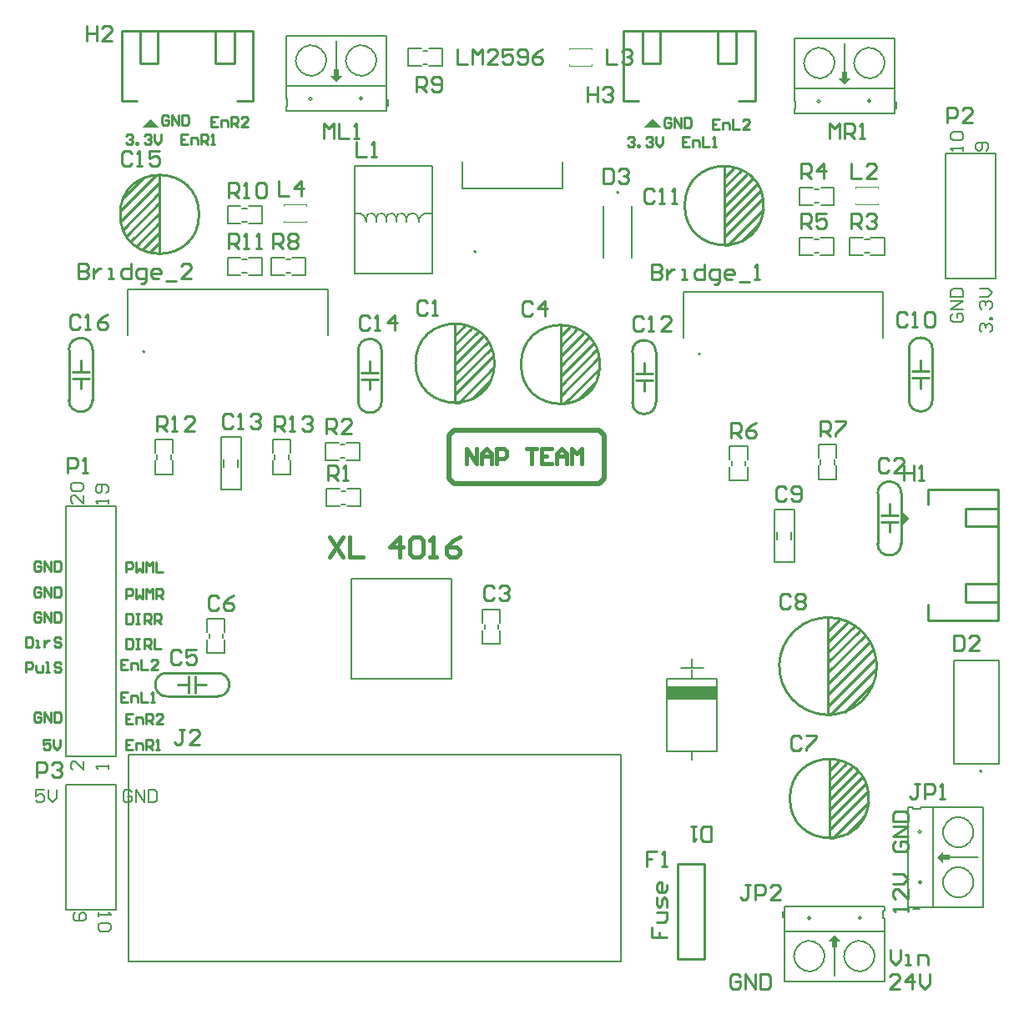
<source format=gto>
G04*
G04 #@! TF.GenerationSoftware,Altium Limited,Altium Designer,21.3.2 (30)*
G04*
G04 Layer_Color=65535*
%FSTAX44Y44*%
%MOMM*%
G71*
G04*
G04 #@! TF.SameCoordinates,71E4571F-97C7-41C0-9591-7C9436880AE0*
G04*
G04*
G04 #@! TF.FilePolarity,Positive*
G04*
G01*
G75*
%ADD10C,0.1778*%
%ADD11C,0.2540*%
%ADD12C,0.2000*%
%ADD13C,0.5080*%
%ADD14C,0.1270*%
%ADD15C,0.1016*%
%ADD16C,0.3810*%
%ADD17C,0.2032*%
%ADD18R,5.0800X1.3970*%
G36*
X008255Y0006731D02*
X0081915Y0006096D01*
X0082296D01*
Y0005461D01*
X0082804D01*
Y0006096D01*
X0083185D01*
X008255Y0006731D01*
D02*
G37*
G36*
X0092964Y0014605D02*
X0093599Y001397D01*
Y0014351D01*
X0094234D01*
Y0014859D01*
X0093599D01*
Y001524D01*
X0092964Y0014605D01*
D02*
G37*
G36*
X00892937Y00499237D02*
Y00481203D01*
X00901827Y00490093D01*
X00902081D01*
X00892937Y00499237D01*
D02*
G37*
G36*
X00122847Y00886587D02*
X00140881D01*
X00131991Y00895477D01*
Y00895731D01*
X00122847Y00886587D01*
D02*
G37*
G36*
X0032004Y0093345D02*
X0032639Y009398D01*
X0032258D01*
Y0094615D01*
X003175D01*
Y009398D01*
X0031369D01*
X0032004Y0093345D01*
D02*
G37*
G36*
X00632117Y00886587D02*
X00650151D01*
X00641261Y00895477D01*
Y00895731D01*
X00632117Y00886587D01*
D02*
G37*
G36*
X0083566Y0093091D02*
X0084201Y0093726D01*
X008382D01*
Y0094361D01*
X0083312D01*
Y0093726D01*
X0082931D01*
X0083566Y0093091D01*
D02*
G37*
D10*
X00939488Y00130513D02*
G03*
X00939769Y00130838I00011742J-00009863D01*
G01*
X00913994Y00171958D02*
G03*
X00913994Y00171958I-00001626J0D01*
G01*
X00914248Y0012065D02*
G03*
X00914248Y0012065I-00001626J0D01*
G01*
X00939469Y00181291D02*
G03*
X00939769Y00181638I00011761J-00009841D01*
G01*
X00809963Y00057462D02*
G03*
X00810288Y00057182I-00009863J-00011742D01*
G01*
X00853034Y00084582D02*
G03*
X00853034Y00084582I-00001626J0D01*
G01*
X00801726Y00084328D02*
G03*
X00801726Y00084328I-00001626J0D01*
G01*
X00860741Y00057481D02*
G03*
X00861088Y00057182I-00009841J-00011761D01*
G01*
X00800419Y00940739D02*
G03*
X00800072Y00941039I00009841J00011761D01*
G01*
X00862686Y00913892D02*
G03*
X00862686Y00913892I-00001626J0D01*
G01*
X00811378Y00913638D02*
G03*
X00811378Y00913638I-00001626J0D01*
G01*
X00851197Y00940758D02*
G03*
X00850872Y00941039I00009863J00011742D01*
G01*
X00284799Y00943279D02*
G03*
X00284452Y00943578I00009841J00011761D01*
G01*
X00347066Y00916432D02*
G03*
X00347066Y00916432I-00001626J0D01*
G01*
X00295758Y00916178D02*
G03*
X00295758Y00916178I-00001626J0D01*
G01*
X00335577Y00943298D02*
G03*
X00335252Y00943578I00009863J00011742D01*
G01*
X0035052Y0079121D02*
G03*
X0034163Y008001I-0000889J0D01*
G01*
X003556D02*
G03*
X0035052Y0079502I0J-0000508D01*
G01*
X0036068D02*
G03*
X003556Y008001I-0000508J0D01*
G01*
X0036576D02*
G03*
X0036068Y0079502I0J-0000508D01*
G01*
X0037084D02*
G03*
X0036576Y008001I-0000508J0D01*
G01*
X0037592D02*
G03*
X0037084Y0079502I0J-0000508D01*
G01*
X00381D02*
G03*
X0037592Y008001I-0000508J0D01*
G01*
X0038608D02*
G03*
X00381Y0079502I0J-0000508D01*
G01*
X0039116D02*
G03*
X0038608Y008001I-0000508J0D01*
G01*
X0039751D02*
G03*
X0039116Y0079375I0J-0000635D01*
G01*
X0040386D02*
G03*
X0039751Y008001I-0000635J0D01*
G01*
X0041275D02*
G03*
X0040386Y0079121I0J-0000889D01*
G01*
X0092583Y00095758D02*
Y00196596D01*
X0093853Y0009525D02*
X0097663D01*
X00912876Y0019685D02*
X0097663D01*
X00912876Y0019558D02*
Y0019685D01*
X00905002Y0019558D02*
X00912876D01*
X00905002D02*
Y0019685D01*
X0090043D02*
X00905002D01*
X0090043Y0009525D02*
Y0019685D01*
Y0009525D02*
X0093853D01*
X0090551Y00093726D02*
X0091186D01*
X00932942Y0014605D02*
X00971296D01*
X0097663Y0009525D02*
Y0019685D01*
X00775208Y0007112D02*
X00876046D01*
X007747Y0002032D02*
Y0005842D01*
X008763Y0002032D02*
Y00084074D01*
X0087503D02*
X008763D01*
X0087503D02*
Y00091948D01*
X008763D01*
Y0009652D01*
X007747D02*
X008763D01*
X007747Y0005842D02*
Y0009652D01*
X00773176Y0008509D02*
Y0009144D01*
X008255Y00025654D02*
Y00064008D01*
X007747Y0002032D02*
X008763D01*
X00407966Y00951384D02*
X00412538D01*
X00407966Y009651D02*
X00412538D01*
X0078486Y009779D02*
X0088646D01*
X0083566Y00934212D02*
Y00972566D01*
X00887984Y0090678D02*
Y0091313D01*
X0088646Y009017D02*
Y009398D01*
X0078486Y009017D02*
X0088646D01*
X0078486D02*
Y00906272D01*
X0078613D01*
Y00914146D01*
X0078486D02*
X0078613D01*
X0078486D02*
Y009779D01*
X0088646Y009398D02*
Y009779D01*
X00785114Y009271D02*
X00885952D01*
X0026924Y0098044D02*
X0037084D01*
X0032004Y00936752D02*
Y00975106D01*
X00372364Y0090932D02*
Y0091567D01*
X0037084Y0090424D02*
Y0094234D01*
X0026924Y0090424D02*
X0037084D01*
X0026924D02*
Y00908812D01*
X0027051D01*
Y00916686D01*
X0026924D02*
X0027051D01*
X0026924D02*
Y0098044D01*
X0037084Y0094234D02*
Y0098044D01*
X00269494Y0092964D02*
X00370332D01*
X00225002Y00805026D02*
X00229574D01*
X00225002Y0079131D02*
X00229574D01*
X00225002Y00752956D02*
X00229574D01*
X00225002Y0073924D02*
X00229574D01*
X00269452Y00752956D02*
X00274024D01*
X00269452Y0073924D02*
X00274024D01*
X00152246Y00550206D02*
Y00554778D01*
X0013853Y00550206D02*
Y00554778D01*
X00271626Y00550206D02*
Y00554778D01*
X0025791Y00550206D02*
Y00554778D01*
X0068072Y0032766D02*
Y0033655D01*
X00669544Y00338328D02*
X0068072D01*
X00692404D01*
X0068072D02*
Y0034798D01*
Y0024511D02*
Y00254D01*
X0065532Y0032766D02*
X0070612D01*
X0065532Y00254D02*
Y0032766D01*
Y00254D02*
X0070612D01*
Y0032766D01*
X0033909Y008001D02*
X0034163D01*
X0035052Y0079121D02*
Y0079502D01*
X0036068Y0079121D02*
Y0079502D01*
Y0079121D02*
Y0079502D01*
X0037084Y0079121D02*
Y0079502D01*
Y0079121D02*
Y0079502D01*
X00381Y0079121D02*
Y0079502D01*
Y0079121D02*
Y0079502D01*
X0039116Y0079121D02*
Y0079502D01*
Y0079121D02*
Y0079375D01*
X0040386Y0079121D02*
Y0079375D01*
X0041275Y008001D02*
X0041783D01*
X0033909Y0073914D02*
X0041783D01*
X0033909D02*
Y0084836D01*
X0041783D01*
Y0073914D02*
Y0084836D01*
X00484378Y00378056D02*
Y00382628D01*
X00470662Y00378056D02*
Y00382628D01*
X00325332Y0050429D02*
X00329904D01*
X00325332Y00518006D02*
X00329904D01*
X00204944Y00368512D02*
Y00373084D01*
X00191228Y00368512D02*
Y00373084D01*
X00324146Y0056505D02*
X00328718D01*
X00324146Y00551334D02*
X00328718D01*
X00856488Y0075956D02*
X0086106D01*
X00856488Y00773276D02*
X0086106D01*
X00805476Y00824146D02*
X00810048D01*
X00805476Y0081043D02*
X00810048D01*
X00805392Y0075956D02*
X00809964D01*
X00805392Y00773276D02*
X00809964D01*
X0072146Y00543856D02*
Y00548428D01*
X00735176Y00543856D02*
Y00548428D01*
X0081163Y00545126D02*
Y00549698D01*
X00825346Y00545126D02*
Y00549698D01*
D11*
X0075374Y0080772D02*
G03*
X0075374Y0080772I-0004J0D01*
G01*
X0014858Y0033326D02*
G03*
X0014858Y00309359I0000001J-00011951D01*
G01*
X00199654D02*
G03*
X00199654Y0033326I-0000001J00011951D01*
G01*
X0092508Y0066168D02*
G03*
X0090118Y0066168I-00011951J-0000001D01*
G01*
Y00610606D02*
G03*
X0092508Y00610606I00011951J0000001D01*
G01*
X00893331Y0051563D02*
G03*
X00869429Y0051563I-00011951J-0000001D01*
G01*
Y00464556D02*
G03*
X00893331Y00464556I00011951J0000001D01*
G01*
X00366281Y0066041D02*
G03*
X00342379Y0066041I-00011951J-0000001D01*
G01*
Y00609336D02*
G03*
X00366281Y00609336I00011951J0000001D01*
G01*
X0007291Y00661344D02*
G03*
X00049009Y00661344I-00011951J-0000001D01*
G01*
Y0061027D02*
G03*
X0007291Y0061027I00011951J0000001D01*
G01*
X0018097Y0079883D02*
G03*
X0018097Y0079883I-0004J0D01*
G01*
X0086042Y0020574D02*
G03*
X0086042Y0020574I-0004J0D01*
G01*
X00855058Y00374006D02*
G03*
X00855384Y00373655I-00035983J-00033866D01*
G01*
X0048069Y006477D02*
G03*
X0048069Y006477I-0004J0D01*
G01*
X0058765Y0064643D02*
G03*
X0058765Y0064643I-0004J0D01*
G01*
X00620509Y00608066D02*
G03*
X0064441Y00608066I00011951J0000001D01*
G01*
Y0065914D02*
G03*
X00620509Y0065914I-00011951J-0000001D01*
G01*
X00102654Y0098552D02*
X0023575D01*
X00102654Y009144D02*
Y0098552D01*
X0023575Y009144D02*
Y0098552D01*
X00121704Y009525D02*
Y0098425D01*
Y009525D02*
X00139484D01*
Y0098552D01*
X00197904Y009525D02*
Y0098552D01*
Y009525D02*
X00216954D01*
Y0098552D01*
X00219494Y009144D02*
X0023575D01*
X00102654D02*
X00117894D01*
X0071374Y0076772D02*
Y0084772D01*
Y00834136D02*
Y00836168D01*
X00723392Y0084582D01*
X0071374Y00820674D02*
Y00826516D01*
X00730504Y0084328D01*
X0071374Y00813308D02*
Y00816356D01*
X00736854Y0083947D01*
X0071374Y00801878D02*
Y0080645D01*
X00742442Y00835152D01*
X0071374Y00794004D02*
Y00796036D01*
X00747014Y0082931D01*
X0071374Y00785876D02*
X0075057Y00822706D01*
X0071374Y00775716D02*
X00752602Y00814578D01*
X00714248Y00767842D02*
X0071755D01*
X00753618Y0080391D01*
X00731012Y0077216D02*
X0073152D01*
X00749554Y00790194D01*
X00159512Y0032131D02*
X00169926D01*
X00177546D02*
X0018796D01*
X00177546Y00312928D02*
Y00329946D01*
X00170688Y00312928D02*
Y00329946D01*
X00148336Y00333248D02*
X00199644D01*
X00149098Y00309372D02*
X00199898D01*
X0091313Y00640334D02*
Y00650748D01*
Y006223D02*
Y00632714D01*
X00904748D02*
X00921766D01*
X00904748Y00639572D02*
X00921766D01*
X00925068Y00610616D02*
Y00661924D01*
X00901192Y00610362D02*
Y00661162D01*
X00611924Y0098552D02*
X0074502D01*
X00611924Y009144D02*
Y0098552D01*
X0074502Y009144D02*
Y0098552D01*
X00630974Y009525D02*
Y0098425D01*
Y009525D02*
X00648754D01*
Y0098552D01*
X00707174Y009525D02*
Y0098552D01*
Y009525D02*
X00726224D01*
Y0098552D01*
X00728764Y009144D02*
X0074502D01*
X00611924D02*
X00627164D01*
X0088138Y00494284D02*
Y00504698D01*
Y0047625D02*
Y00486664D01*
X00872998D02*
X00890016D01*
X00872998Y00493522D02*
X00890016D01*
X00893318Y00464566D02*
Y00515874D01*
X00869442Y00464312D02*
Y00515112D01*
X0035433Y00639064D02*
Y00649478D01*
Y0062103D02*
Y00631444D01*
X00345948D02*
X00362966D01*
X00345948Y00638302D02*
X00362966D01*
X00366268Y00609346D02*
Y00660654D01*
X00342392Y00609092D02*
Y00659892D01*
X0006096Y00639998D02*
Y00650412D01*
Y00621964D02*
Y00632378D01*
X00052578D02*
X00069596D01*
X00052578Y00639236D02*
X00069596D01*
X00072898Y0061028D02*
Y00661588D01*
X00049022Y00610026D02*
Y00660826D01*
X0014097Y0075883D02*
Y0083883D01*
Y00770382D02*
Y00772414D01*
X00131318Y0076073D02*
X0014097Y00770382D01*
Y00780034D02*
Y00785876D01*
X00124206Y0076327D02*
X0014097Y00780034D01*
Y00790194D02*
Y00793242D01*
X00117856Y0076708D02*
X0014097Y00790194D01*
Y008001D02*
Y00804672D01*
X00112268Y00771398D02*
X0014097Y008001D01*
Y00810514D02*
Y00812546D01*
X00107696Y0077724D02*
X0014097Y00810514D01*
X0010414Y00783844D02*
X0014097Y00820674D01*
X00102108Y00791972D02*
X0014097Y00830834D01*
X0013716Y00838708D02*
X00140462D01*
X00101092Y0080264D02*
X0013716Y00838708D01*
X0012319Y0083439D02*
X00123698D01*
X00105156Y00816356D02*
X0012319Y0083439D01*
X0066675Y0004318D02*
X0069342D01*
X0066675Y001397D02*
X0069342D01*
X0066675Y0004318D02*
Y001397D01*
X0069342Y0004318D02*
Y001397D01*
X008382Y0017018D02*
X00856234Y00188214D01*
X00837692Y0017018D02*
X008382D01*
X0082423Y00165862D02*
X00860298Y0020193D01*
X00820928Y00165862D02*
X0082423D01*
X0082042Y00173736D02*
X00859282Y00212598D01*
X0082042Y00183896D02*
X0085725Y00220726D01*
X0082042Y00194056D02*
X00853694Y0022733D01*
X0082042Y00192024D02*
Y00194056D01*
Y0020447D02*
X00849122Y00233172D01*
X0082042Y00199898D02*
Y0020447D01*
Y00214376D02*
X00843534Y0023749D01*
X0082042Y00211328D02*
Y00214376D01*
Y00224536D02*
X00837184Y002413D01*
X0082042Y00218694D02*
Y00224536D01*
Y00234188D02*
X00830072Y0024384D01*
X0082042Y00232156D02*
Y00234188D01*
Y0016574D02*
Y0024574D01*
X0083566Y0029337D02*
X0086487Y0032258D01*
X0082169Y0029083D02*
X0086741Y0033655D01*
X0081915Y0029083D02*
X0082169D01*
X0081915Y0029972D02*
X0086741Y0034798D01*
X0081915Y0031115D02*
X0086487Y0035687D01*
X0081915Y0030734D02*
Y0031115D01*
Y0032258D02*
X0086106Y0036449D01*
X0081915Y0032131D02*
Y0032258D01*
Y0033401D02*
X0085598Y0037084D01*
X0081915Y0032893D02*
Y0033401D01*
Y0034417D02*
X008509Y0037592D01*
X0081915Y003429D02*
Y0034417D01*
Y0035433D02*
X0084582Y00381D01*
X0081915Y0036449D02*
X0083947Y0038481D01*
X0081915Y0035941D02*
Y0036449D01*
Y0037592D02*
X0083058Y0038735D01*
X0081915Y0036957D02*
Y0037592D01*
Y0029083D02*
Y0038862D01*
X0045847Y0061214D02*
X00476504Y00630174D01*
X00457962Y0061214D02*
X0045847D01*
X004445Y00607822D02*
X00480568Y0064389D01*
X00441198Y00607822D02*
X004445D01*
X0044069Y00615696D02*
X00479552Y00654558D01*
X0044069Y00625856D02*
X0047752Y00662686D01*
X0044069Y00636016D02*
X00473964Y0066929D01*
X0044069Y00633984D02*
Y00636016D01*
Y0064643D02*
X00469392Y00675132D01*
X0044069Y00641858D02*
Y0064643D01*
Y00656336D02*
X00463804Y0067945D01*
X0044069Y00653288D02*
Y00656336D01*
Y00666496D02*
X00457454Y0068326D01*
X0044069Y00660654D02*
Y00666496D01*
Y00676148D02*
X00450342Y006858D01*
X0044069Y00674116D02*
Y00676148D01*
Y006077D02*
Y006877D01*
X0056543Y0061087D02*
X00583464Y00628904D01*
X00564922Y0061087D02*
X0056543D01*
X0055146Y00606552D02*
X00587528Y0064262D01*
X00548158Y00606552D02*
X0055146D01*
X0054765Y00614426D02*
X00586512Y00653288D01*
X0054765Y00624586D02*
X0058448Y00661416D01*
X0054765Y00634746D02*
X00580924Y0066802D01*
X0054765Y00632714D02*
Y00634746D01*
Y0064516D02*
X00576352Y00673862D01*
X0054765Y00640588D02*
Y0064516D01*
Y00655066D02*
X00570764Y0067818D01*
X0054765Y00652018D02*
Y00655066D01*
Y00665226D02*
X00564414Y0068199D01*
X0054765Y00659384D02*
Y00665226D01*
Y00674878D02*
X00557302Y0068453D01*
X0054765Y00672846D02*
Y00674878D01*
Y0060643D02*
Y0068643D01*
X0099187Y00386334D02*
Y0051943D01*
X0092075D02*
X0099187D01*
X0092075Y00386334D02*
X0099187D01*
X0095885Y0050038D02*
X009906D01*
X0095885Y004826D02*
Y0050038D01*
Y004826D02*
X0099187D01*
X0095885Y0042418D02*
X0099187D01*
X0095885Y0040513D02*
Y0042418D01*
Y0040513D02*
X0099187D01*
X0092075Y00386334D02*
Y0040259D01*
Y0050419D02*
Y0051943D01*
X00620522Y00607822D02*
Y00658622D01*
X00644398Y00608076D02*
Y00659384D01*
X00624078Y00637032D02*
X00641096D01*
X00624078Y00630174D02*
X00641096D01*
X0063246Y0061976D02*
Y00630174D01*
Y00637794D02*
Y00648208D01*
X00882656Y00052313D02*
Y00042156D01*
X00887735Y00037078D01*
X00892813Y00042156D01*
Y00052313D01*
X00897891Y00037078D02*
X0090297D01*
X0090043D01*
Y00047235D01*
X00897891D01*
X00910587Y00037078D02*
Y00047235D01*
X00918205D01*
X00920744Y00044696D01*
Y00037078D01*
X00891543Y000127D02*
X00881387D01*
X00891543Y00022857D01*
Y00025396D01*
X00889004Y00027935D01*
X00883926D01*
X00881387Y00025396D01*
X00904239Y000127D02*
Y00027935D01*
X00896622Y00020317D01*
X00906778D01*
X00911857Y00027935D02*
Y00017778D01*
X00916935Y000127D01*
X00922013Y00017778D01*
Y00027935D01*
X00067314Y00990598D02*
Y00975362D01*
Y0098298D01*
X00077471D01*
Y00990598D01*
Y00975362D01*
X00092706D02*
X00082549D01*
X00092706Y00985519D01*
Y00988058D01*
X00090167Y00990598D01*
X00085088D01*
X00082549Y00988058D01*
X0061595Y00875874D02*
X00617643Y00877567D01*
X00621028D01*
X00622721Y00875874D01*
Y00874181D01*
X00621028Y00872488D01*
X00619336D01*
X00621028D01*
X00622721Y00870796D01*
Y00869103D01*
X00621028Y0086741D01*
X00617643D01*
X0061595Y00869103D01*
X00626107Y0086741D02*
Y00869103D01*
X00627799D01*
Y0086741D01*
X00626107D01*
X00634571Y00875874D02*
X00636263Y00877567D01*
X00639649D01*
X00641342Y00875874D01*
Y00874181D01*
X00639649Y00872488D01*
X00637956D01*
X00639649D01*
X00641342Y00870796D01*
Y00869103D01*
X00639649Y0086741D01*
X00636263D01*
X00634571Y00869103D01*
X00644727Y00877567D02*
Y00870796D01*
X00648113Y0086741D01*
X00651498Y00870796D01*
Y00877567D01*
X00659462Y00895051D02*
X00657769Y00896744D01*
X00654384D01*
X00652691Y00895051D01*
Y0088828D01*
X00654384Y00886587D01*
X00657769D01*
X00659462Y0088828D01*
Y00891665D01*
X00656077D01*
X00662848Y00886587D02*
Y00896744D01*
X00669619Y00886587D01*
Y00896744D01*
X00673005D02*
Y00886587D01*
X00678083D01*
X00679776Y0088828D01*
Y00895051D01*
X00678083Y00896744D01*
X00673005D01*
X00678601Y00877567D02*
X0067183D01*
Y0086741D01*
X00678601D01*
X0067183Y00872488D02*
X00675216D01*
X00681987Y0086741D02*
Y00874181D01*
X00687065D01*
X00688758Y00872488D01*
Y0086741D01*
X00692143Y00877567D02*
Y0086741D01*
X00698915D01*
X007023D02*
X00705686D01*
X00703993D01*
Y00877567D01*
X007023Y00875874D01*
X00709081Y00895347D02*
X0070231D01*
Y0088519D01*
X00709081D01*
X0070231Y00890268D02*
X00705696D01*
X00712467Y0088519D02*
Y00891961D01*
X00717545D01*
X00719238Y00890268D01*
Y0088519D01*
X00722623Y00895347D02*
Y0088519D01*
X00729395D01*
X00739551D02*
X0073278D01*
X00739551Y00891961D01*
Y00893654D01*
X00737859Y00895347D01*
X00734473D01*
X0073278Y00893654D01*
X00199811Y00897887D02*
X0019304D01*
Y0088773D01*
X00199811D01*
X0019304Y00892808D02*
X00196426D01*
X00203197Y0088773D02*
Y00894501D01*
X00208275D01*
X00209968Y00892808D01*
Y0088773D01*
X00213353D02*
Y00897887D01*
X00218432D01*
X00220125Y00896194D01*
Y00892808D01*
X00218432Y00891116D01*
X00213353D01*
X00216739D02*
X00220125Y0088773D01*
X00230281D02*
X0022351D01*
X00230281Y00894501D01*
Y00896194D01*
X00228589Y00897887D01*
X00225203D01*
X0022351Y00896194D01*
X00169331Y00880107D02*
X0016256D01*
Y0086995D01*
X00169331D01*
X0016256Y00875028D02*
X00165946D01*
X00172717Y0086995D02*
Y00876721D01*
X00177795D01*
X00179488Y00875028D01*
Y0086995D01*
X00182873D02*
Y00880107D01*
X00187952D01*
X00189645Y00878414D01*
Y00875028D01*
X00187952Y00873336D01*
X00182873D01*
X00186259D02*
X00189645Y0086995D01*
X0019303D02*
X00196416D01*
X00194723D01*
Y00880107D01*
X0019303Y00878414D01*
X00150192Y00897591D02*
X00148499Y00899284D01*
X00145114D01*
X00143421Y00897591D01*
Y0089082D01*
X00145114Y00889127D01*
X00148499D01*
X00150192Y0089082D01*
Y00894205D01*
X00146807D01*
X00153578Y00889127D02*
Y00899284D01*
X00160349Y00889127D01*
Y00899284D01*
X00163734D02*
Y00889127D01*
X00168813D01*
X00170506Y0089082D01*
Y00897591D01*
X00168813Y00899284D01*
X00163734D01*
X0010668Y00878414D02*
X00108373Y00880107D01*
X00111758D01*
X00113451Y00878414D01*
Y00876721D01*
X00111758Y00875028D01*
X00110066D01*
X00111758D01*
X00113451Y00873336D01*
Y00871643D01*
X00111758Y0086995D01*
X00108373D01*
X0010668Y00871643D01*
X00116837Y0086995D02*
Y00871643D01*
X0011853D01*
Y0086995D01*
X00116837D01*
X00125301Y00878414D02*
X00126993Y00880107D01*
X00130379D01*
X00132072Y00878414D01*
Y00876721D01*
X00130379Y00875028D01*
X00128686D01*
X00130379D01*
X00132072Y00873336D01*
Y00871643D01*
X00130379Y0086995D01*
X00126993D01*
X00125301Y00871643D01*
X00135457Y00880107D02*
Y00873336D01*
X00138843Y0086995D01*
X00142228Y00873336D01*
Y00880107D01*
X00020315Y00445344D02*
X00018622Y00447037D01*
X00015237D01*
X00013544Y00445344D01*
Y00438573D01*
X00015237Y0043688D01*
X00018622D01*
X00020315Y00438573D01*
Y00441958D01*
X0001693D01*
X00023701Y0043688D02*
Y00447037D01*
X00030472Y0043688D01*
Y00447037D01*
X00033857D02*
Y0043688D01*
X00038936D01*
X00040628Y00438573D01*
Y00445344D01*
X00038936Y00447037D01*
X00033857D01*
X00020315Y00418674D02*
X00018622Y00420367D01*
X00015237D01*
X00013544Y00418674D01*
Y00411903D01*
X00015237Y0041021D01*
X00018622D01*
X00020315Y00411903D01*
Y00415288D01*
X0001693D01*
X00023701Y0041021D02*
Y00420367D01*
X00030472Y0041021D01*
Y00420367D01*
X00033857D02*
Y0041021D01*
X00038936D01*
X00040628Y00411903D01*
Y00418674D01*
X00038936Y00420367D01*
X00033857D01*
X00020315Y00393274D02*
X00018622Y00394967D01*
X00015237D01*
X00013544Y00393274D01*
Y00386503D01*
X00015237Y0038481D01*
X00018622D01*
X00020315Y00386503D01*
Y00389888D01*
X0001693D01*
X00023701Y0038481D02*
Y00394967D01*
X00030472Y0038481D01*
Y00394967D01*
X00033857D02*
Y0038481D01*
X00038936D01*
X00040628Y00386503D01*
Y00393274D01*
X00038936Y00394967D01*
X00033857D01*
X0000508Y00369567D02*
Y0035941D01*
X00010158D01*
X00011851Y00361103D01*
Y00367874D01*
X00010158Y00369567D01*
X0000508D01*
X00015237Y0035941D02*
X00018622D01*
X0001693D01*
Y00366181D01*
X00015237D01*
X00023701D02*
Y0035941D01*
Y00362796D01*
X00025393Y00364488D01*
X00027086Y00366181D01*
X00028779D01*
X00040628Y00367874D02*
X00038936Y00369567D01*
X0003555D01*
X00033857Y00367874D01*
Y00366181D01*
X0003555Y00364488D01*
X00038936D01*
X00040628Y00362796D01*
Y00361103D01*
X00038936Y0035941D01*
X0003555D01*
X00033857Y00361103D01*
X00020315Y00291674D02*
X00018622Y00293367D01*
X00015237D01*
X00013544Y00291674D01*
Y00284903D01*
X00015237Y0028321D01*
X00018622D01*
X00020315Y00284903D01*
Y00288288D01*
X0001693D01*
X00023701Y0028321D02*
Y00293367D01*
X00030472Y0028321D01*
Y00293367D01*
X00033857D02*
Y0028321D01*
X00038936D01*
X00040628Y00284903D01*
Y00291674D01*
X00038936Y00293367D01*
X00033857D01*
X00029631Y00265427D02*
X0002286D01*
Y00260348D01*
X00026246Y00262041D01*
X00027938D01*
X00029631Y00260348D01*
Y00256963D01*
X00027938Y0025527D01*
X00024553D01*
X0002286Y00256963D01*
X00033017Y00265427D02*
Y00258656D01*
X00036402Y0025527D01*
X00039788Y00258656D01*
Y00265427D01*
X0000508Y0033401D02*
Y00344167D01*
X00010158D01*
X00011851Y00342474D01*
Y00339088D01*
X00010158Y00337396D01*
X0000508D01*
X00015237Y00340781D02*
Y00335703D01*
X0001693Y0033401D01*
X00022008D01*
Y00340781D01*
X00025393Y0033401D02*
X00028779D01*
X00027086D01*
Y00344167D01*
X00025393D01*
X00040628Y00342474D02*
X00038936Y00344167D01*
X0003555D01*
X00033857Y00342474D01*
Y00340781D01*
X0003555Y00339088D01*
X00038936D01*
X00040628Y00337396D01*
Y00335703D01*
X00038936Y0033401D01*
X0003555D01*
X00033857Y00335703D01*
X00108371Y00313687D02*
X001016D01*
Y0030353D01*
X00108371D01*
X001016Y00308608D02*
X00104986D01*
X00111757Y0030353D02*
Y00310301D01*
X00116835D01*
X00118528Y00308608D01*
Y0030353D01*
X00121913Y00313687D02*
Y0030353D01*
X00128685D01*
X0013207D02*
X00135456D01*
X00133763D01*
Y00313687D01*
X0013207Y00311994D01*
X00108371Y00346707D02*
X001016D01*
Y0033655D01*
X00108371D01*
X001016Y00341628D02*
X00104986D01*
X00111757Y0033655D02*
Y00343321D01*
X00116835D01*
X00118528Y00341628D01*
Y0033655D01*
X00121913Y00346707D02*
Y0033655D01*
X00128685D01*
X00138841D02*
X0013207D01*
X00138841Y00343321D01*
Y00345014D01*
X00137149Y00346707D01*
X00133763D01*
X0013207Y00345014D01*
X00113451Y00265427D02*
X0010668D01*
Y0025527D01*
X00113451D01*
X0010668Y00260348D02*
X00110066D01*
X00116837Y0025527D02*
Y00262041D01*
X00121915D01*
X00123608Y00260348D01*
Y0025527D01*
X00126993D02*
Y00265427D01*
X00132072D01*
X00133765Y00263734D01*
Y00260348D01*
X00132072Y00258656D01*
X00126993D01*
X00130379D02*
X00133765Y0025527D01*
X0013715D02*
X00140536D01*
X00138843D01*
Y00265427D01*
X0013715Y00263734D01*
X00113451Y00292097D02*
X0010668D01*
Y0028194D01*
X00113451D01*
X0010668Y00287018D02*
X00110066D01*
X00116837Y0028194D02*
Y00288711D01*
X00121915D01*
X00123608Y00287018D01*
Y0028194D01*
X00126993D02*
Y00292097D01*
X00132072D01*
X00133765Y00290404D01*
Y00287018D01*
X00132072Y00285326D01*
X00126993D01*
X00130379D02*
X00133765Y0028194D01*
X00143921D02*
X0013715D01*
X00143921Y00288711D01*
Y00290404D01*
X00142228Y00292097D01*
X00138843D01*
X0013715Y00290404D01*
X0010668Y00368297D02*
Y0035814D01*
X00111758D01*
X00113451Y00359833D01*
Y00366604D01*
X00111758Y00368297D01*
X0010668D01*
X00116837D02*
X00120222D01*
X0011853D01*
Y0035814D01*
X00116837D01*
X00120222D01*
X00125301D02*
Y00368297D01*
X00130379D01*
X00132072Y00366604D01*
Y00363218D01*
X00130379Y00361526D01*
X00125301D01*
X00128686D02*
X00132072Y0035814D01*
X00135457Y00368297D02*
Y0035814D01*
X00142228D01*
X0010668Y00393697D02*
Y0038354D01*
X00111758D01*
X00113451Y00385233D01*
Y00392004D01*
X00111758Y00393697D01*
X0010668D01*
X00116837D02*
X00120222D01*
X0011853D01*
Y0038354D01*
X00116837D01*
X00120222D01*
X00125301D02*
Y00393697D01*
X00130379D01*
X00132072Y00392004D01*
Y00388618D01*
X00130379Y00386926D01*
X00125301D01*
X00128686D02*
X00132072Y0038354D01*
X00135457D02*
Y00393697D01*
X00140536D01*
X00142228Y00392004D01*
Y00388618D01*
X00140536Y00386926D01*
X00135457D01*
X00138843D02*
X00142228Y0038354D01*
X0010668Y0040894D02*
Y00419097D01*
X00111758D01*
X00113451Y00417404D01*
Y00414018D01*
X00111758Y00412326D01*
X0010668D01*
X00116837Y00419097D02*
Y0040894D01*
X00120222Y00412326D01*
X00123608Y0040894D01*
Y00419097D01*
X00126993Y0040894D02*
Y00419097D01*
X00130379Y00415711D01*
X00133765Y00419097D01*
Y0040894D01*
X0013715D02*
Y00419097D01*
X00142228D01*
X00143921Y00417404D01*
Y00414018D01*
X00142228Y00412326D01*
X0013715D01*
X00140536D02*
X00143921Y0040894D01*
X0010668Y0043561D02*
Y00445767D01*
X00111758D01*
X00113451Y00444074D01*
Y00440688D01*
X00111758Y00438996D01*
X0010668D01*
X00116837Y00445767D02*
Y0043561D01*
X00120222Y00438996D01*
X00123608Y0043561D01*
Y00445767D01*
X00126993Y0043561D02*
Y00445767D01*
X00130379Y00442381D01*
X00133765Y00445767D01*
Y0043561D01*
X0013715Y00445767D02*
Y0043561D01*
X00143921D01*
X00730247Y00025396D02*
X00727708Y00027935D01*
X00722629D01*
X0072009Y00025396D01*
Y00015239D01*
X00722629Y000127D01*
X00727708D01*
X00730247Y00015239D01*
Y00020317D01*
X00725168D01*
X00735325Y000127D02*
Y00027935D01*
X00745482Y000127D01*
Y00027935D01*
X0075056D02*
Y000127D01*
X00758178D01*
X00760717Y00015239D01*
Y00025396D01*
X00758178Y00027935D01*
X0075056D01*
X0090043Y0009144D02*
Y00096518D01*
Y00093979D01*
X00885195D01*
X00887734Y0009144D01*
X0090043Y00114293D02*
Y00104136D01*
X00890273Y00114293D01*
X00887734D01*
X00885195Y00111753D01*
Y00106675D01*
X00887734Y00104136D01*
X00885195Y00119371D02*
X00895352D01*
X0090043Y00124449D01*
X00895352Y00129528D01*
X00885195D01*
X00887734Y00162557D02*
X00885195Y00160018D01*
Y00154939D01*
X00887734Y001524D01*
X00897891D01*
X0090043Y00154939D01*
Y00160018D01*
X00897891Y00162557D01*
X00892812D01*
Y00157478D01*
X0090043Y00167635D02*
X00885195D01*
X0090043Y00177792D01*
X00885195D01*
Y0018287D02*
X0090043D01*
Y00190488D01*
X00897891Y00193027D01*
X00887734D01*
X00885195Y00190488D01*
Y0018287D01*
X00640085Y00074927D02*
Y0006477D01*
X00647702D01*
Y00069848D01*
Y0006477D01*
X0065532D01*
X00645163Y00080005D02*
X00652781D01*
X0065532Y00082544D01*
Y00090162D01*
X00645163D01*
X0065532Y0009524D02*
Y00102858D01*
X00652781Y00105397D01*
X00650242Y00102858D01*
Y00097779D01*
X00647702Y0009524D01*
X00645163Y00097779D01*
Y00105397D01*
X0065532Y00118093D02*
Y00113014D01*
X00652781Y00110475D01*
X00647702D01*
X00645163Y00113014D01*
Y00118093D01*
X00647702Y00120632D01*
X00650242D01*
Y00110475D01*
X00016514Y00227332D02*
Y00242568D01*
X00024132D01*
X00026671Y00240028D01*
Y0023495D01*
X00024132Y00232411D01*
X00016514D01*
X00031749Y00240028D02*
X00034288Y00242568D01*
X00039367D01*
X00041906Y00240028D01*
Y00237489D01*
X00039367Y0023495D01*
X00036827D01*
X00039367D01*
X00041906Y00232411D01*
Y00229872D01*
X00039367Y00227332D01*
X00034288D01*
X00031749Y00229872D01*
X00058439Y00749297D02*
Y00734062D01*
X00066056D01*
X00068595Y00736601D01*
Y0073914D01*
X00066056Y00741679D01*
X00058439D01*
X00066056D01*
X00068595Y00744218D01*
Y00746758D01*
X00066056Y00749297D01*
X00058439D01*
X00073674Y00744218D02*
Y00734062D01*
Y0073914D01*
X00076213Y00741679D01*
X00078752Y00744218D01*
X00081291D01*
X00088909Y00734062D02*
X00093987D01*
X00091448D01*
Y00744218D01*
X00088909D01*
X00111761Y00749297D02*
Y00734062D01*
X00104144D01*
X00101604Y00736601D01*
Y00741679D01*
X00104144Y00744218D01*
X00111761D01*
X00121918Y00728983D02*
X00124457D01*
X00126996Y00731523D01*
Y00744218D01*
X00119379D01*
X0011684Y00741679D01*
Y00736601D01*
X00119379Y00734062D01*
X00126996D01*
X00139692D02*
X00134614D01*
X00132075Y00736601D01*
Y00741679D01*
X00134614Y00744218D01*
X00139692D01*
X00142231Y00741679D01*
Y0073914D01*
X00132075D01*
X0014731Y00731523D02*
X00157466D01*
X00172701Y00734062D02*
X00162545D01*
X00172701Y00744218D01*
Y00746758D01*
X00170162Y00749297D01*
X00165084D01*
X00162545Y00746758D01*
X00640098Y00748027D02*
Y00732792D01*
X00647715D01*
X00650254Y00735331D01*
Y0073787D01*
X00647715Y00740409D01*
X00640098D01*
X00647715D01*
X00650254Y00742948D01*
Y00745488D01*
X00647715Y00748027D01*
X00640098D01*
X00655333Y00742948D02*
Y00732792D01*
Y0073787D01*
X00657872Y00740409D01*
X00660411Y00742948D01*
X0066295D01*
X00670568Y00732792D02*
X00675646D01*
X00673107D01*
Y00742948D01*
X00670568D01*
X0069342Y00748027D02*
Y00732792D01*
X00685803D01*
X00683264Y00735331D01*
Y00740409D01*
X00685803Y00742948D01*
X0069342D01*
X00703577Y00727713D02*
X00706116D01*
X00708655Y00730253D01*
Y00742948D01*
X00701038D01*
X00698499Y00740409D01*
Y00735331D01*
X00701038Y00732792D01*
X00708655D01*
X00721351D02*
X00716273D01*
X00713734Y00735331D01*
Y00740409D01*
X00716273Y00742948D01*
X00721351D01*
X00723891Y00740409D01*
Y0073787D01*
X00713734D01*
X00728969Y00730253D02*
X00739126D01*
X00744204Y00732792D02*
X00749282D01*
X00746743D01*
Y00748027D01*
X00744204Y00745488D01*
X00740413Y00118108D02*
X00735335D01*
X00737874D01*
Y00105412D01*
X00735335Y00102872D01*
X00732796D01*
X00730257Y00105412D01*
X00745492Y00102872D02*
Y00118108D01*
X00753109D01*
X00755648Y00115568D01*
Y0011049D01*
X00753109Y00107951D01*
X00745492D01*
X00770883Y00102872D02*
X00760727D01*
X00770883Y00113029D01*
Y00115568D01*
X00768344Y00118108D01*
X00763266D01*
X00760727Y00115568D01*
X00820426Y00876302D02*
Y00891537D01*
X00825504Y00886459D01*
X00830583Y00891537D01*
Y00876302D01*
X00835661D02*
Y00891537D01*
X00843278D01*
X00845818Y00888998D01*
Y0088392D01*
X00843278Y00881381D01*
X00835661D01*
X00840739D02*
X00845818Y00876302D01*
X00850896D02*
X00855974D01*
X00853435D01*
Y00891537D01*
X00850896Y00888998D01*
X00307346Y00876302D02*
Y00891537D01*
X00312424Y00886459D01*
X00317502Y00891537D01*
Y00876302D01*
X00322581Y00891537D02*
Y00876302D01*
X00332738D01*
X00337816D02*
X00342894D01*
X00340355D01*
Y00891537D01*
X00337816Y00888998D01*
X00575314Y00928367D02*
Y00913132D01*
Y0092075D01*
X00585471D01*
Y00928367D01*
Y00913132D01*
X00590549Y00925828D02*
X00593088Y00928367D01*
X00598167D01*
X00600706Y00925828D01*
Y00923289D01*
X00598167Y0092075D01*
X00595628D01*
X00598167D01*
X00600706Y00918211D01*
Y00915672D01*
X00598167Y00913132D01*
X00593088D01*
X00590549Y00915672D01*
X00166371Y00275588D02*
X00161292D01*
X00163832D01*
Y00262892D01*
X00161292Y00260352D01*
X00158753D01*
X00156214Y00262892D01*
X00181606Y00260352D02*
X00171449D01*
X00181606Y00270509D01*
Y00273048D01*
X00179067Y00275588D01*
X00173988D01*
X00171449Y00273048D01*
X00443244Y00966468D02*
Y00951233D01*
X00453401D01*
X00458479D02*
Y00966468D01*
X00463557Y00961389D01*
X00468636Y00966468D01*
Y00951233D01*
X00483871D02*
X00473714D01*
X00483871Y00961389D01*
Y00963928D01*
X00481332Y00966468D01*
X00476253D01*
X00473714Y00963928D01*
X00499106Y00966468D02*
X00488949D01*
Y0095885D01*
X00494027Y00961389D01*
X00496567D01*
X00499106Y0095885D01*
Y00953772D01*
X00496567Y00951233D01*
X00491488D01*
X00488949Y00953772D01*
X00504184D02*
X00506723Y00951233D01*
X00511802D01*
X00514341Y00953772D01*
Y00963928D01*
X00511802Y00966468D01*
X00506723D01*
X00504184Y00963928D01*
Y00961389D01*
X00506723Y0095885D01*
X00514341D01*
X00529576Y00966468D02*
X00524498Y00963928D01*
X00519419Y0095885D01*
Y00953772D01*
X00521959Y00951233D01*
X00527037D01*
X00529576Y00953772D01*
Y00956311D01*
X00527037Y0095885D01*
X00519419D01*
X00257302Y00578612D02*
Y00593847D01*
X00264919D01*
X00267459Y00591308D01*
Y0058623D01*
X00264919Y0058369D01*
X00257302D01*
X0026238D02*
X00267459Y00578612D01*
X00272537D02*
X00277615D01*
X00275076D01*
Y00593847D01*
X00272537Y00591308D01*
X00285233D02*
X00287772Y00593847D01*
X0029285D01*
X0029539Y00591308D01*
Y00588769D01*
X0029285Y0058623D01*
X00290311D01*
X0029285D01*
X0029539Y0058369D01*
Y00581151D01*
X0029285Y00578612D01*
X00287772D01*
X00285233Y00581151D01*
X00137922Y00578612D02*
Y00593847D01*
X0014554D01*
X00148079Y00591308D01*
Y0058623D01*
X0014554Y0058369D01*
X00137922D01*
X00143D02*
X00148079Y00578612D01*
X00153157D02*
X00158235D01*
X00155696D01*
Y00593847D01*
X00153157Y00591308D01*
X0017601Y00578612D02*
X00165853D01*
X0017601Y00588769D01*
Y00591308D01*
X0017347Y00593847D01*
X00168392D01*
X00165853Y00591308D01*
X00211328Y00763778D02*
Y00779013D01*
X00218946D01*
X00221485Y00776474D01*
Y00771395D01*
X00218946Y00768856D01*
X00211328D01*
X00216406D02*
X00221485Y00763778D01*
X00226563D02*
X00231641D01*
X00229102D01*
Y00779013D01*
X00226563Y00776474D01*
X00239259Y00763778D02*
X00244337D01*
X00241798D01*
Y00779013D01*
X00239259Y00776474D01*
X00211328Y00815848D02*
Y00831083D01*
X00218946D01*
X00221485Y00828544D01*
Y00823465D01*
X00218946Y00820926D01*
X00211328D01*
X00216406D02*
X00221485Y00815848D01*
X00226563D02*
X00231641D01*
X00229102D01*
Y00831083D01*
X00226563Y00828544D01*
X00239259D02*
X00241798Y00831083D01*
X00246877D01*
X00249416Y00828544D01*
Y00818387D01*
X00246877Y00815848D01*
X00241798D01*
X00239259Y00818387D01*
Y00828544D01*
X00401324Y00923292D02*
Y00938528D01*
X00408942D01*
X00411481Y00935988D01*
Y0093091D01*
X00408942Y00928371D01*
X00401324D01*
X00406403D02*
X00411481Y00923292D01*
X00416559Y00925832D02*
X00419098Y00923292D01*
X00424177D01*
X00426716Y00925832D01*
Y00935988D01*
X00424177Y00938528D01*
X00419098D01*
X00416559Y00935988D01*
Y00933449D01*
X00419098Y0093091D01*
X00426716D01*
X00255778Y00763778D02*
Y00779013D01*
X00263396D01*
X00265935Y00776474D01*
Y00771395D01*
X00263396Y00768856D01*
X00255778D01*
X00260856D02*
X00265935Y00763778D01*
X00271013Y00776474D02*
X00273552Y00779013D01*
X00278631D01*
X0028117Y00776474D01*
Y00773935D01*
X00278631Y00771395D01*
X0028117Y00768856D01*
Y00766317D01*
X00278631Y00763778D01*
X00273552D01*
X00271013Y00766317D01*
Y00768856D01*
X00273552Y00771395D01*
X00271013Y00773935D01*
Y00776474D01*
X00273552Y00771395D02*
X00278631D01*
X00811022Y00573532D02*
Y00588767D01*
X0081864D01*
X00821179Y00586228D01*
Y00581149D01*
X0081864Y0057861D01*
X00811022D01*
X008161D02*
X00821179Y00573532D01*
X00826257Y00588767D02*
X00836414D01*
Y00586228D01*
X00826257Y00576071D01*
Y00573532D01*
X00720852Y00572262D02*
Y00587497D01*
X00728469D01*
X00731009Y00584958D01*
Y00579879D01*
X00728469Y0057734D01*
X00720852D01*
X0072593D02*
X00731009Y00572262D01*
X00746244Y00587497D02*
X00741165Y00584958D01*
X00736087Y00579879D01*
Y00574801D01*
X00738626Y00572262D01*
X00743705D01*
X00746244Y00574801D01*
Y0057734D01*
X00743705Y00579879D01*
X00736087D01*
X00791718Y00784098D02*
Y00799333D01*
X00799335D01*
X00801875Y00796794D01*
Y00791715D01*
X00799335Y00789176D01*
X00791718D01*
X00796796D02*
X00801875Y00784098D01*
X0081711Y00799333D02*
X00806953D01*
Y00791715D01*
X00812031Y00794255D01*
X00814571D01*
X0081711Y00791715D01*
Y00786637D01*
X00814571Y00784098D01*
X00809492D01*
X00806953Y00786637D01*
X00791718Y00834898D02*
Y00850133D01*
X00799335D01*
X00801875Y00847594D01*
Y00842515D01*
X00799335Y00839976D01*
X00791718D01*
X00796796D02*
X00801875Y00834898D01*
X00814571D02*
Y00850133D01*
X00806953Y00842515D01*
X0081711D01*
X00842772Y00784098D02*
Y00799333D01*
X00850389D01*
X00852929Y00796794D01*
Y00791715D01*
X00850389Y00789176D01*
X00842772D01*
X0084785D02*
X00852929Y00784098D01*
X00858007Y00796794D02*
X00860546Y00799333D01*
X00865625D01*
X00868164Y00796794D01*
Y00794255D01*
X00865625Y00791715D01*
X00863085D01*
X00865625D01*
X00868164Y00789176D01*
Y00786637D01*
X00865625Y00784098D01*
X00860546D01*
X00858007Y00786637D01*
X00310388Y00575818D02*
Y00591053D01*
X00318006D01*
X00320545Y00588514D01*
Y00583436D01*
X00318006Y00580896D01*
X00310388D01*
X00315466D02*
X00320545Y00575818D01*
X0033578D02*
X00325623D01*
X0033578Y00585975D01*
Y00588514D01*
X00333241Y00591053D01*
X00328162D01*
X00325623Y00588514D01*
X00311658Y00528828D02*
Y00544063D01*
X00319275D01*
X00321815Y00541524D01*
Y00536446D01*
X00319275Y00533906D01*
X00311658D01*
X00316736D02*
X00321815Y00528828D01*
X00326893D02*
X00331971D01*
X00329432D01*
Y00544063D01*
X00326893Y00541524D01*
X00940054Y00892302D02*
Y00907537D01*
X00947672D01*
X00950211Y00904998D01*
Y0089992D01*
X00947672Y0089738D01*
X00940054D01*
X00965446Y00892302D02*
X00955289D01*
X00965446Y00902459D01*
Y00904998D01*
X00962907Y00907537D01*
X00957828D01*
X00955289Y00904998D01*
X00047244Y00536194D02*
Y00551429D01*
X00054861D01*
X00057401Y0054889D01*
Y00543811D01*
X00054861Y00541272D01*
X00047244D01*
X00062479Y00536194D02*
X00067557D01*
X00065018D01*
Y00551429D01*
X00062479Y0054889D01*
X00261874Y00832353D02*
Y00817118D01*
X00272031D01*
X00284727D02*
Y00832353D01*
X00277109Y00824735D01*
X00287266D01*
X00594364Y00966468D02*
Y00951233D01*
X00604521D01*
X00609599Y00963928D02*
X00612138Y00966468D01*
X00617217D01*
X00619756Y00963928D01*
Y00961389D01*
X00617217Y0095885D01*
X00614678D01*
X00617217D01*
X00619756Y00956311D01*
Y00953772D01*
X00617217Y00951233D01*
X00612138D01*
X00609599Y00953772D01*
X00842264Y00850133D02*
Y00834898D01*
X00852421D01*
X00867656D02*
X00857499D01*
X00867656Y00845055D01*
Y00847594D01*
X00865117Y00850133D01*
X00860038D01*
X00857499Y00847594D01*
X00340868Y00872231D02*
Y00856996D01*
X00351025D01*
X00356103D02*
X00361181D01*
X00358642D01*
Y00872231D01*
X00356103Y00869692D01*
X00912365Y00220467D02*
X00907286D01*
X00909826D01*
Y00207771D01*
X00907286Y00205232D01*
X00904747D01*
X00902208Y00207771D01*
X00917443Y00205232D02*
Y00220467D01*
X00925061D01*
X009276Y00217928D01*
Y0021285D01*
X00925061Y0021031D01*
X00917443D01*
X00932678Y00205232D02*
X00937757D01*
X00935217D01*
Y00220467D01*
X00932678Y00217928D01*
X00895604Y00544317D02*
Y00529082D01*
Y00536699D01*
X00905761D01*
Y00544317D01*
Y00529082D01*
X00910839D02*
X00915917D01*
X00913378D01*
Y00544317D01*
X00910839Y00541778D01*
X0064516Y00152397D02*
X00635003D01*
Y0014478D01*
X00640082D01*
X00635003D01*
Y00137163D01*
X00650238D02*
X00655317D01*
X00652778D01*
Y00152397D01*
X00650238Y00149858D01*
X00591058Y00845815D02*
Y0083058D01*
X00598675D01*
X00601215Y00833119D01*
Y00843276D01*
X00598675Y00845815D01*
X00591058D01*
X00606293Y00843276D02*
X00608832Y00845815D01*
X00613911D01*
X0061645Y00843276D01*
Y00840737D01*
X00613911Y00838197D01*
X00611371D01*
X00613911D01*
X0061645Y00835658D01*
Y00833119D01*
X00613911Y0083058D01*
X00608832D01*
X00606293Y00833119D01*
X00946399Y00371597D02*
Y00356362D01*
X00954016D01*
X00956556Y00358901D01*
Y00369058D01*
X00954016Y00371597D01*
X00946399D01*
X00971791Y00356362D02*
X00961634D01*
X00971791Y00366519D01*
Y00369058D01*
X00969252Y00371597D01*
X00964173D01*
X00961634Y00369058D01*
X00700567Y00161902D02*
Y00177138D01*
X00692949D01*
X0069041Y00174598D01*
Y00164442D01*
X00692949Y00161902D01*
X00700567D01*
X00685332Y00177138D02*
X00680253D01*
X00682792D01*
Y00161902D01*
X00685332Y00164442D01*
X00060449Y0069494D02*
X00057909Y00697479D01*
X00052831D01*
X00050292Y0069494D01*
Y00684783D01*
X00052831Y00682244D01*
X00057909D01*
X00060449Y00684783D01*
X00065527Y00682244D02*
X00070605D01*
X00068066D01*
Y00697479D01*
X00065527Y0069494D01*
X0008838Y00697479D02*
X00083301Y0069494D01*
X00078223Y00689862D01*
Y00684783D01*
X00080762Y00682244D01*
X00085841D01*
X0008838Y00684783D01*
Y00687322D01*
X00085841Y00689862D01*
X00078223D01*
X00112519Y00860294D02*
X00109979Y00862833D01*
X00104901D01*
X00102362Y00860294D01*
Y00850137D01*
X00104901Y00847598D01*
X00109979D01*
X00112519Y00850137D01*
X00117597Y00847598D02*
X00122675D01*
X00120136D01*
Y00862833D01*
X00117597Y00860294D01*
X0014045Y00862833D02*
X00130293D01*
Y00855216D01*
X00135371Y00857755D01*
X0013791D01*
X0014045Y00855216D01*
Y00850137D01*
X0013791Y00847598D01*
X00132832D01*
X00130293Y00850137D01*
X00353819Y00693924D02*
X00351279Y00696463D01*
X00346201D01*
X00343662Y00693924D01*
Y00683767D01*
X00346201Y00681228D01*
X00351279D01*
X00353819Y00683767D01*
X00358897Y00681228D02*
X00363975D01*
X00361436D01*
Y00696463D01*
X00358897Y00693924D01*
X00379211Y00681228D02*
Y00696463D01*
X00371593Y00688846D01*
X0038175D01*
X00214881Y00594102D02*
X00212341Y00596641D01*
X00207263D01*
X00204724Y00594102D01*
Y00583945D01*
X00207263Y00581406D01*
X00212341D01*
X00214881Y00583945D01*
X00219959Y00581406D02*
X00225037D01*
X00222498D01*
Y00596641D01*
X00219959Y00594102D01*
X00232655D02*
X00235194Y00596641D01*
X00240273D01*
X00242812Y00594102D01*
Y00591563D01*
X00240273Y00589024D01*
X00237733D01*
X00240273D01*
X00242812Y00586484D01*
Y00583945D01*
X00240273Y00581406D01*
X00235194D01*
X00232655Y00583945D01*
X00631949Y00692654D02*
X00629409Y00695193D01*
X00624331D01*
X00621792Y00692654D01*
Y00682497D01*
X00624331Y00679958D01*
X00629409D01*
X00631949Y00682497D01*
X00637027Y00679958D02*
X00642105D01*
X00639566D01*
Y00695193D01*
X00637027Y00692654D01*
X0065988Y00679958D02*
X00649723D01*
X0065988Y00690115D01*
Y00692654D01*
X0065734Y00695193D01*
X00652262D01*
X00649723Y00692654D01*
X00642622Y00822958D02*
X00640083Y00825498D01*
X00635005D01*
X00632465Y00822958D01*
Y00812802D01*
X00635005Y00810263D01*
X00640083D01*
X00642622Y00812802D01*
X006477Y00810263D02*
X00652779D01*
X0065024D01*
Y00825498D01*
X006477Y00822958D01*
X00660396Y00810263D02*
X00665475D01*
X00662935D01*
Y00825498D01*
X00660396Y00822958D01*
X00899163Y00697228D02*
X00896624Y00699768D01*
X00891545D01*
X00889006Y00697228D01*
Y00687072D01*
X00891545Y00684532D01*
X00896624D01*
X00899163Y00687072D01*
X00904241Y00684532D02*
X0090932D01*
X0090678D01*
Y00699768D01*
X00904241Y00697228D01*
X00916937D02*
X00919476Y00699768D01*
X00924555D01*
X00927094Y00697228D01*
Y00687072D01*
X00924555Y00684532D01*
X00919476D01*
X00916937Y00687072D01*
Y00697228D01*
X00776221Y00520442D02*
X00773681Y00522981D01*
X00768603D01*
X00766064Y00520442D01*
Y00510285D01*
X00768603Y00507746D01*
X00773681D01*
X00776221Y00510285D01*
X00781299D02*
X00783838Y00507746D01*
X00788917D01*
X00791456Y00510285D01*
Y00520442D01*
X00788917Y00522981D01*
X00783838D01*
X00781299Y00520442D01*
Y00517903D01*
X00783838Y00515364D01*
X00791456D01*
X00781047Y00411222D02*
X00778508Y00413761D01*
X00773429D01*
X0077089Y00411222D01*
Y00401065D01*
X00773429Y00398526D01*
X00778508D01*
X00781047Y00401065D01*
X00786125Y00411222D02*
X00788664Y00413761D01*
X00793743D01*
X00796282Y00411222D01*
Y00408683D01*
X00793743Y00406143D01*
X00796282Y00403604D01*
Y00401065D01*
X00793743Y00398526D01*
X00788664D01*
X00786125Y00401065D01*
Y00403604D01*
X00788664Y00406143D01*
X00786125Y00408683D01*
Y00411222D01*
X00788664Y00406143D02*
X00793743D01*
X00791969Y00267204D02*
X00789429Y00269743D01*
X00784351D01*
X00781812Y00267204D01*
Y00257047D01*
X00784351Y00254508D01*
X00789429D01*
X00791969Y00257047D01*
X00797047Y00269743D02*
X00807204D01*
Y00267204D01*
X00797047Y00257047D01*
Y00254508D01*
X00200911Y00409698D02*
X00198372Y00412237D01*
X00193293D01*
X00190754Y00409698D01*
Y00399541D01*
X00193293Y00397002D01*
X00198372D01*
X00200911Y00399541D01*
X00216146Y00412237D02*
X00211067Y00409698D01*
X00205989Y00404619D01*
Y00399541D01*
X00208528Y00397002D01*
X00213607D01*
X00216146Y00399541D01*
Y0040208D01*
X00213607Y00404619D01*
X00205989D01*
X00162561Y00354328D02*
X00160022Y00356867D01*
X00154943D01*
X00152404Y00354328D01*
Y00344172D01*
X00154943Y00341632D01*
X00160022D01*
X00162561Y00344172D01*
X00177796Y00356867D02*
X00167639D01*
Y0034925D01*
X00172717Y00351789D01*
X00175257D01*
X00177796Y0034925D01*
Y00344172D01*
X00175257Y00341632D01*
X00170178D01*
X00167639Y00344172D01*
X00519173Y00707894D02*
X00516633Y00710433D01*
X00511555D01*
X00509016Y00707894D01*
Y00697737D01*
X00511555Y00695198D01*
X00516633D01*
X00519173Y00697737D01*
X00531869Y00695198D02*
Y00710433D01*
X00524251Y00702815D01*
X00534408D01*
X00480311Y0041935D02*
X00477771Y00421889D01*
X00472693D01*
X00470154Y0041935D01*
Y00409193D01*
X00472693Y00406654D01*
X00477771D01*
X00480311Y00409193D01*
X00485389Y0041935D02*
X00487928Y00421889D01*
X00493007D01*
X00495546Y0041935D01*
Y00416811D01*
X00493007Y00414272D01*
X00490467D01*
X00493007D01*
X00495546Y00411732D01*
Y00409193D01*
X00493007Y00406654D01*
X00487928D01*
X00485389Y00409193D01*
X00880869Y00549144D02*
X00878329Y00551683D01*
X00873251D01*
X00870712Y00549144D01*
Y00538987D01*
X00873251Y00536448D01*
X00878329D01*
X00880869Y00538987D01*
X00896104Y00536448D02*
X00885947D01*
X00896104Y00546605D01*
Y00549144D01*
X00893565Y00551683D01*
X00888486D01*
X00885947Y00549144D01*
X00412239Y00709164D02*
X004097Y00711703D01*
X00404621D01*
X00402082Y00709164D01*
Y00699007D01*
X00404621Y00696468D01*
X004097D01*
X00412239Y00699007D01*
X00417317Y00696468D02*
X00422395D01*
X00419856D01*
Y00711703D01*
X00417317Y00709164D01*
D12*
X0012604Y0065945D02*
G03*
X0012604Y0065945I-00001J0D01*
G01*
X0046211Y007609D02*
G03*
X0046211Y007609I-00001J0D01*
G01*
X0068963Y0065691D02*
G03*
X0068963Y0065691I-00001J0D01*
G01*
X00975085Y0023337D02*
G03*
X00975085Y0023337I-00001J0D01*
G01*
X0060679Y0082105D02*
G03*
X0060679Y0082105I-00001J0D01*
G01*
X0004572Y0009271D02*
X0009652D01*
X0004572Y0021971D02*
X0009652D01*
Y0009271D02*
Y0021971D01*
X0004572Y0009271D02*
Y0021971D01*
X00414292Y00949198D02*
X0042771D01*
Y00967232D01*
X00414292D02*
X0042771D01*
X0039271D02*
X00406542D01*
X0039271Y00949198D02*
X00406542D01*
X0039271D02*
Y00967232D01*
X0020983Y00807212D02*
X00223248D01*
X0020983Y00789178D02*
Y00807212D01*
Y00789178D02*
X00223248D01*
X00230998D02*
X0024483D01*
X00230998Y00807212D02*
X0024483D01*
Y00789178D02*
Y00807212D01*
X0020983Y00755142D02*
X00223248D01*
X0020983Y00737108D02*
Y00755142D01*
Y00737108D02*
X00223248D01*
X00230998D02*
X0024483D01*
X00230998Y00755142D02*
X0024483D01*
Y00737108D02*
Y00755142D01*
X0025428D02*
X00267698D01*
X0025428Y00737108D02*
Y00755142D01*
Y00737108D02*
X00267698D01*
X00275448D02*
X0028928D01*
X00275448Y00755142D02*
X0028928D01*
Y00737108D02*
Y00755142D01*
X00154432Y00556532D02*
Y0056995D01*
X00136398D02*
X00154432D01*
X00136398Y00556532D02*
Y0056995D01*
Y0053495D02*
Y00548782D01*
X00154432Y0053495D02*
Y00548782D01*
X00136398Y0053495D02*
X00154432D01*
X00273812Y00556532D02*
Y0056995D01*
X00255778D02*
X00273812D01*
X00255778Y00556532D02*
Y0056995D01*
Y0053495D02*
Y00548782D01*
X00273812Y0053495D02*
Y00548782D01*
X00255778Y0053495D02*
X00273812D01*
X00208534Y0051943D02*
X0022352D01*
Y0057277D01*
X002032D02*
X0022352D01*
X00206248Y00542544D02*
Y00549656D01*
X00220726Y00542544D02*
Y00549656D01*
X002032Y0051943D02*
Y0057277D01*
Y0051943D02*
X00208534D01*
X00486444Y00362858D02*
Y00376302D01*
Y00384052D02*
Y0039791D01*
X00468664Y00384052D02*
Y0039791D01*
Y00362858D02*
Y00376302D01*
Y0039791D02*
X00486444D01*
X00468664Y00362858D02*
X00486444D01*
X0034516Y00502158D02*
Y00520192D01*
X00331328D02*
X0034516D01*
X00331328Y00502158D02*
X0034516D01*
X0031016D02*
X00323578D01*
X0031016D02*
Y00520192D01*
X00323578D01*
X0020701Y00353314D02*
Y00366758D01*
Y00374508D02*
Y00388366D01*
X0018923Y00374508D02*
Y00388366D01*
Y00353314D02*
Y00366758D01*
Y00388366D02*
X0020701D01*
X0018923Y00353314D02*
X0020701D01*
X0030889Y00549148D02*
Y00567182D01*
Y00549148D02*
X00322722D01*
X0030889Y00567182D02*
X00322722D01*
X00330472D02*
X0034389D01*
Y00549148D02*
Y00567182D01*
X00330472Y00549148D02*
X0034389D01*
X0004572Y0050292D02*
X0009652D01*
Y0024892D02*
Y0026797D01*
X0004572Y0024892D02*
X0009652D01*
X0004572D02*
Y0026797D01*
Y0050292D01*
X0009652Y0026797D02*
Y0050292D01*
X0076454Y0044577D02*
X00769874D01*
X0076454D02*
Y0049911D01*
X00782066Y00468884D02*
Y00475996D01*
X00767588Y00468884D02*
Y00475996D01*
X0076454Y0049911D02*
X0078486D01*
Y0044577D02*
Y0049911D01*
X00769874Y0044577D02*
X0078486D01*
X00876316Y00757428D02*
Y00775462D01*
X00862484D02*
X00876316D01*
X00862484Y00757428D02*
X00876316D01*
X00841316D02*
X00854734D01*
X00841316D02*
Y00775462D01*
X00854734D01*
X0079022Y00808244D02*
Y00826278D01*
Y00808244D02*
X00804052D01*
X0079022Y00826278D02*
X00804052D01*
X00811802D02*
X0082522D01*
Y00808244D02*
Y00826278D01*
X00811802Y00808244D02*
X0082522D01*
Y00757428D02*
Y00775462D01*
X00811388D02*
X0082522D01*
X00811388Y00757428D02*
X0082522D01*
X0079022D02*
X00803638D01*
X0079022D02*
Y00775462D01*
X00803638D01*
X00719328Y005286D02*
X00737362D01*
Y00542432D01*
X00719328Y005286D02*
Y00542432D01*
Y00550182D02*
Y005636D01*
X00737362D01*
Y00550182D02*
Y005636D01*
X0093853Y0086106D02*
X0098933D01*
X0093853Y0073406D02*
X0098933D01*
X0093853D02*
Y0086106D01*
X0098933Y0073406D02*
Y0086106D01*
X00809498Y0052987D02*
X00827532D01*
Y00543702D01*
X00809498Y0052987D02*
Y00543702D01*
Y00551452D02*
Y0056487D01*
X00827532D01*
Y00551452D02*
Y0056487D01*
D13*
X0058674Y00579755D02*
X0059182Y00574675D01*
X0058674Y00525145D02*
X0059182Y00530225D01*
X0043434Y00574675D02*
X0043942Y00579755D01*
X0043434Y00530225D02*
X0043942Y00525145D01*
X0058674D01*
X0043942Y00579755D02*
X0058674D01*
X0059182Y00530225D02*
Y00574675D01*
X0043434Y00530225D02*
Y00574675D01*
D14*
X00437134Y00327152D02*
Y00428752D01*
X00335534Y00327152D02*
X00437134D01*
X00335534D02*
Y00428752D01*
X00437134D01*
X0010941Y0004048D02*
X0060941D01*
Y0025048D01*
X0010941D02*
X0060941D01*
X0010941Y0004048D02*
Y0025048D01*
X0031144Y0067615D02*
Y0072235D01*
X0010864D02*
X0031144D01*
X0010864Y0067615D02*
Y0072235D01*
X0044831Y0082537D02*
Y008518D01*
Y0082537D02*
X0054991D01*
Y008518D01*
X0087503Y0067361D02*
Y0071981D01*
X0067223D02*
X0087503D01*
X0067223Y0067361D02*
Y0071981D01*
X00992505Y0024087D02*
Y0034587D01*
X00946605D02*
X00992505D01*
X00946605Y0024087D02*
Y0034587D01*
Y0024087D02*
X00992505D01*
X0059119Y0075505D02*
Y0080705D01*
X0062039Y0075505D02*
Y0080705D01*
D15*
X0055626Y0094996D02*
Y0095123D01*
Y0094996D02*
X0057912D01*
Y0095123D01*
X0055626Y0096647D02*
Y0096774D01*
X0057912D01*
Y0096647D02*
Y0096774D01*
X0028956Y0080772D02*
Y0080899D01*
X002667D02*
X0028956D01*
X002667Y0080772D02*
Y0080899D01*
X0028956Y0079121D02*
Y0079248D01*
X002667Y0079121D02*
X0028956D01*
X002667D02*
Y0079248D01*
X0086995Y008255D02*
Y0082677D01*
X0084709D02*
X0086995D01*
X0084709Y008255D02*
Y0082677D01*
X0086995Y0080899D02*
Y0081026D01*
X0084709Y0080899D02*
X0086995D01*
X0084709D02*
Y0081026D01*
D16*
X00313711Y00471167D02*
X00327254Y00450853D01*
Y00471167D02*
X00313711Y00450853D01*
X00334025Y00471167D02*
Y00450853D01*
X00347567D01*
X00384808D02*
Y00471167D01*
X00374652Y0046101D01*
X00388194D01*
X00394965Y00467781D02*
X00398351Y00471167D01*
X00405122D01*
X00408507Y00467781D01*
Y00454239D01*
X00405122Y00450853D01*
X00398351D01*
X00394965Y00454239D01*
Y00467781D01*
X00415279Y00450853D02*
X0042205D01*
X00418664D01*
Y00471167D01*
X00415279Y00467781D01*
X00445749Y00471167D02*
X00438978Y00467781D01*
X00432206Y0046101D01*
Y00454239D01*
X00435592Y00450853D01*
X00442363D01*
X00445749Y00454239D01*
Y00457624D01*
X00442363Y0046101D01*
X00432206D01*
X0045212Y00545465D02*
Y005607D01*
X00462277Y00545465D01*
Y005607D01*
X00467355Y00545465D02*
Y00555622D01*
X00472433Y005607D01*
X00477512Y00555622D01*
Y00545465D01*
Y00553083D01*
X00467355D01*
X0048259Y00545465D02*
Y005607D01*
X00490208D01*
X00492747Y00558161D01*
Y00553083D01*
X00490208Y00550543D01*
X0048259D01*
X0051306Y005607D02*
X00523217D01*
X00518139D01*
Y00545465D01*
X00538452Y005607D02*
X00528295D01*
Y00545465D01*
X00538452D01*
X00528295Y00553083D02*
X00533374D01*
X00543531Y00545465D02*
Y00555622D01*
X00548609Y005607D01*
X00553687Y00555622D01*
Y00545465D01*
Y00553083D01*
X00543531D01*
X00558765Y00545465D02*
Y005607D01*
X00563844Y00555622D01*
X00568922Y005607D01*
Y00545465D01*
D17*
X00112604Y0021251D02*
X00110488Y00214626D01*
X00106256D01*
X0010414Y0021251D01*
Y00204046D01*
X00106256Y0020193D01*
X00110488D01*
X00112604Y00204046D01*
Y00208278D01*
X00108372D01*
X00116836Y0020193D02*
Y00214626D01*
X001253Y0020193D01*
Y00214626D01*
X00129532D02*
Y0020193D01*
X0013588D01*
X00137996Y00204046D01*
Y0021251D01*
X0013588Y00214626D01*
X00129532D01*
X00023704D02*
X0001524D01*
Y00208278D01*
X00019472Y00210394D01*
X00021588D01*
X00023704Y00208278D01*
Y00204046D01*
X00021588Y0020193D01*
X00017356D01*
X0001524Y00204046D01*
X00027936Y00214626D02*
Y00206162D01*
X00032168Y0020193D01*
X000364Y00206162D01*
Y00214626D01*
X00055456Y0009017D02*
X0005334Y00088054D01*
Y00083822D01*
X00055456Y00081706D01*
X0006392D01*
X00066036Y00083822D01*
Y00088054D01*
X0006392Y0009017D01*
X00061804D01*
X00059688Y00088054D01*
Y00081706D01*
X0007874Y0009017D02*
Y00085938D01*
Y00088054D01*
X00091436D01*
X0008932Y0009017D01*
Y0007959D02*
X00091436Y00077474D01*
Y00073242D01*
X0008932Y00071126D01*
X00080856D01*
X0007874Y00073242D01*
Y00077474D01*
X00080856Y0007959D01*
X0008932D01*
X000635Y00513924D02*
Y0050546D01*
X00055036Y00513924D01*
X0005292D01*
X00050804Y00511808D01*
Y00507576D01*
X0005292Y0050546D01*
Y00518156D02*
X00050804Y00520272D01*
Y00524504D01*
X0005292Y0052662D01*
X00061384D01*
X000635Y00524504D01*
Y00520272D01*
X00061384Y00518156D01*
X0005292D01*
X000889Y0050546D02*
Y00509692D01*
Y00507576D01*
X00076204D01*
X0007832Y0050546D01*
X00086784Y0051604D02*
X000889Y00518156D01*
Y00522388D01*
X00086784Y00524504D01*
X0007832D01*
X00076204Y00522388D01*
Y00518156D01*
X0007832Y0051604D01*
X00080436D01*
X00082552Y00518156D01*
Y00524504D01*
X000889Y0023622D02*
Y00240452D01*
Y00238336D01*
X00076204D01*
X0007832Y0023622D01*
X000635Y00243414D02*
Y0023495D01*
X00055036Y00243414D01*
X0005292D01*
X00050804Y00241298D01*
Y00237066D01*
X0005292Y0023495D01*
X0094573Y00698074D02*
X00943614Y00695958D01*
Y00691726D01*
X0094573Y0068961D01*
X00954194D01*
X0095631Y00691726D01*
Y00695958D01*
X00954194Y00698074D01*
X00949962D01*
Y00693842D01*
X0095631Y00702306D02*
X00943614D01*
X0095631Y0071077D01*
X00943614D01*
Y00715002D02*
X0095631D01*
Y0072135D01*
X00954194Y00723466D01*
X0094573D01*
X00943614Y0072135D01*
Y00715002D01*
X0097494Y0067945D02*
X00972824Y00681566D01*
Y00685798D01*
X0097494Y00687914D01*
X00977056D01*
X00979172Y00685798D01*
Y00683682D01*
Y00685798D01*
X00981288Y00687914D01*
X00983404D01*
X0098552Y00685798D01*
Y00681566D01*
X00983404Y0067945D01*
X0098552Y00692146D02*
X00983404D01*
Y00694262D01*
X0098552D01*
Y00692146D01*
X0097494Y00702726D02*
X00972824Y00704842D01*
Y00709074D01*
X0097494Y0071119D01*
X00977056D01*
X00979172Y00709074D01*
Y00706958D01*
Y00709074D01*
X00981288Y0071119D01*
X00983404D01*
X0098552Y00709074D01*
Y00704842D01*
X00983404Y00702726D01*
X00972824Y00715422D02*
X00981288D01*
X0098552Y00719654D01*
X00981288Y00723886D01*
X00972824D01*
X00979594Y008636D02*
X0098171Y00865716D01*
Y00869948D01*
X00979594Y00872064D01*
X0097113D01*
X00969014Y00869948D01*
Y00865716D01*
X0097113Y008636D01*
X00973246D01*
X00975362Y00865716D01*
Y00872064D01*
X0095631Y008636D02*
Y00867832D01*
Y00865716D01*
X00943614D01*
X0094573Y008636D01*
Y0087418D02*
X00943614Y00876296D01*
Y00880528D01*
X0094573Y00882644D01*
X00954194D01*
X0095631Y00880528D01*
Y00876296D01*
X00954194Y0087418D01*
X0094573D01*
D18*
X0068072Y00313061D02*
D03*
M02*

</source>
